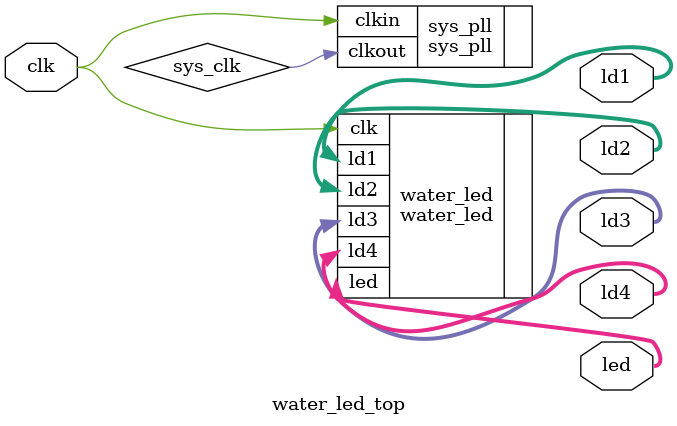
<source format=v>
`timescale 1ns / 1ps

`define UD #1
module water_led_top(
    input          clk,
    
    output  [7:0]  led,
    output  [2:0]  ld1,
    output  [2:0]  ld2,
    output  [2:0]  ld3,
    output  [2:0]  ld4
);

    wire sys_clk;
    
    sys_pll sys_pll(
        .clkout    (  sys_clk  ),//output clkout
        .clkin     (  clk      ) //input clkin
    );
    
    water_led water_led(
        .clk           (  clk  ),//input          clk,
            
        .led           (  led  ),//output  [7:0]  led,
        .ld1           (  ld1  ),//output  [2:0]  ld1,
        .ld2           (  ld2  ),//output  [2:0]  ld2,
        .ld3           (  ld3  ),//output  [2:0]  ld3,
        .ld4           (  ld4  ) //output  [2:0]  ld4 
    );

endmodule

</source>
